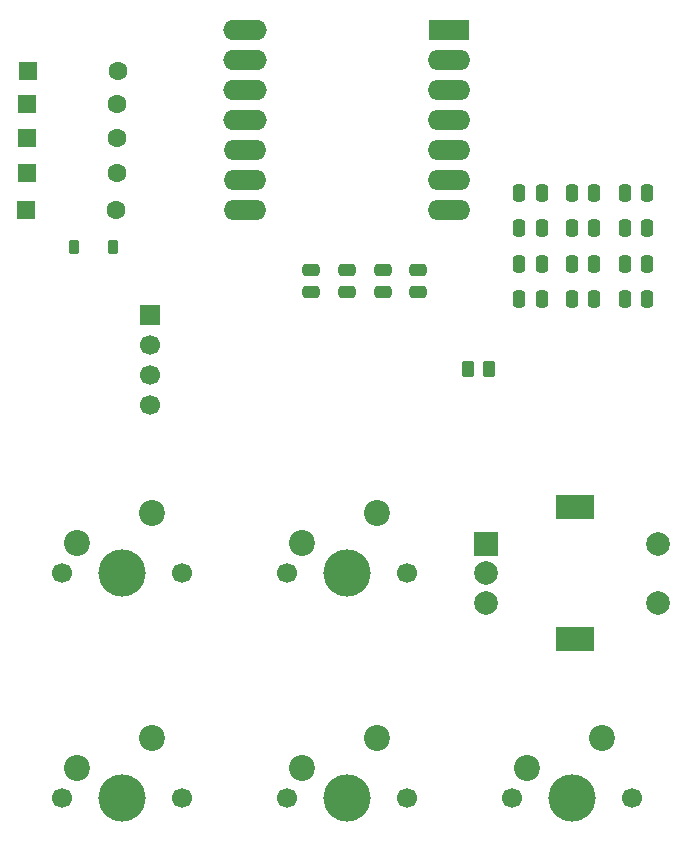
<source format=gbr>
%TF.GenerationSoftware,KiCad,Pcbnew,9.0.7*%
%TF.CreationDate,2026-01-30T21:13:48-06:00*%
%TF.ProjectId,HACK PAD!,4841434b-2050-4414-9421-2e6b69636164,rev?*%
%TF.SameCoordinates,Original*%
%TF.FileFunction,Soldermask,Top*%
%TF.FilePolarity,Negative*%
%FSLAX46Y46*%
G04 Gerber Fmt 4.6, Leading zero omitted, Abs format (unit mm)*
G04 Created by KiCad (PCBNEW 9.0.7) date 2026-01-30 21:13:48*
%MOMM*%
%LPD*%
G01*
G04 APERTURE LIST*
G04 Aperture macros list*
%AMRoundRect*
0 Rectangle with rounded corners*
0 $1 Rounding radius*
0 $2 $3 $4 $5 $6 $7 $8 $9 X,Y pos of 4 corners*
0 Add a 4 corners polygon primitive as box body*
4,1,4,$2,$3,$4,$5,$6,$7,$8,$9,$2,$3,0*
0 Add four circle primitives for the rounded corners*
1,1,$1+$1,$2,$3*
1,1,$1+$1,$4,$5*
1,1,$1+$1,$6,$7*
1,1,$1+$1,$8,$9*
0 Add four rect primitives between the rounded corners*
20,1,$1+$1,$2,$3,$4,$5,0*
20,1,$1+$1,$4,$5,$6,$7,0*
20,1,$1+$1,$6,$7,$8,$9,0*
20,1,$1+$1,$8,$9,$2,$3,0*%
G04 Aperture macros list end*
%ADD10RoundRect,0.250000X-0.250000X-0.475000X0.250000X-0.475000X0.250000X0.475000X-0.250000X0.475000X0*%
%ADD11R,2.000000X2.000000*%
%ADD12C,2.000000*%
%ADD13R,3.200000X2.000000*%
%ADD14RoundRect,0.225000X-0.225000X-0.375000X0.225000X-0.375000X0.225000X0.375000X-0.225000X0.375000X0*%
%ADD15RoundRect,0.250000X-0.262500X-0.450000X0.262500X-0.450000X0.262500X0.450000X-0.262500X0.450000X0*%
%ADD16C,1.700000*%
%ADD17C,4.000000*%
%ADD18C,2.200000*%
%ADD19RoundRect,0.250000X0.475000X-0.250000X0.475000X0.250000X-0.475000X0.250000X-0.475000X-0.250000X0*%
%ADD20RoundRect,0.250000X-0.550000X-0.550000X0.550000X-0.550000X0.550000X0.550000X-0.550000X0.550000X0*%
%ADD21C,1.600000*%
%ADD22R,1.700000X1.700000*%
%ADD23R,3.500000X1.700000*%
%ADD24O,3.600000X1.700000*%
%ADD25O,3.700000X1.700000*%
G04 APERTURE END LIST*
D10*
%TO.C,C7*%
X76200000Y-50006200D03*
X78100000Y-50006200D03*
%TD*%
%TO.C,C5*%
X76200000Y-43986200D03*
X78100000Y-43986200D03*
%TD*%
%TO.C,C6*%
X76200000Y-46996200D03*
X78100000Y-46996200D03*
%TD*%
%TO.C,C11*%
X80650000Y-50006200D03*
X82550000Y-50006200D03*
%TD*%
D11*
%TO.C,RE1*%
X68950000Y-73700000D03*
D12*
X68950000Y-78700000D03*
X68950000Y-76200000D03*
D13*
X76450000Y-70600000D03*
X76450000Y-81800000D03*
D12*
X83450000Y-78700000D03*
X83450000Y-73700000D03*
%TD*%
D10*
%TO.C,C1*%
X71750000Y-43986200D03*
X73650000Y-43986200D03*
%TD*%
D14*
%TO.C,D17*%
X34068800Y-48593700D03*
X37368800Y-48593700D03*
%TD*%
D15*
%TO.C,R1*%
X67355000Y-58880000D03*
X69180000Y-58880000D03*
%TD*%
D16*
%TO.C,SW2*%
X52070000Y-76200000D03*
D17*
X57150000Y-76200000D03*
D16*
X62230000Y-76200000D03*
D18*
X59690000Y-71120000D03*
X53340000Y-73660000D03*
%TD*%
D16*
%TO.C,SW3*%
X33020000Y-95250000D03*
D17*
X38100000Y-95250000D03*
D16*
X43180000Y-95250000D03*
D18*
X40640000Y-90170000D03*
X34290000Y-92710000D03*
%TD*%
D10*
%TO.C,C8*%
X76200000Y-53016200D03*
X78100000Y-53016200D03*
%TD*%
D19*
%TO.C,C16*%
X63170000Y-52387500D03*
X63170000Y-50487500D03*
%TD*%
D10*
%TO.C,C4*%
X71750000Y-53016200D03*
X73650000Y-53016200D03*
%TD*%
%TO.C,C10*%
X80650000Y-46996200D03*
X82550000Y-46996200D03*
%TD*%
D19*
%TO.C,C15*%
X60160000Y-52387500D03*
X60160000Y-50487500D03*
%TD*%
D16*
%TO.C,SW5*%
X71120000Y-95250000D03*
D17*
X76200000Y-95250000D03*
D16*
X81280000Y-95250000D03*
D18*
X78740000Y-90170000D03*
X72390000Y-92710000D03*
%TD*%
D16*
%TO.C,SW4*%
X52070000Y-95250000D03*
D17*
X57150000Y-95250000D03*
D16*
X62230000Y-95250000D03*
D18*
X59690000Y-90170000D03*
X53340000Y-92710000D03*
%TD*%
D10*
%TO.C,C9*%
X80650000Y-43986200D03*
X82550000Y-43986200D03*
%TD*%
%TO.C,C3*%
X71750000Y-50006200D03*
X73650000Y-50006200D03*
%TD*%
D16*
%TO.C,SWw1*%
X33020000Y-76200000D03*
D17*
X38100000Y-76200000D03*
D16*
X43180000Y-76200000D03*
D18*
X40640000Y-71120000D03*
X34290000Y-73660000D03*
%TD*%
D10*
%TO.C,C12*%
X80650000Y-53016200D03*
X82550000Y-53016200D03*
%TD*%
D20*
%TO.C,D3*%
X30070000Y-39350000D03*
D21*
X37690000Y-39350000D03*
%TD*%
D20*
%TO.C,D4*%
X30050000Y-42290000D03*
D21*
X37670000Y-42290000D03*
%TD*%
D22*
%TO.C,U2*%
X40481300Y-54292500D03*
D16*
X40481300Y-56832500D03*
X40481300Y-59372500D03*
X40481300Y-61912500D03*
%TD*%
D20*
%TO.C,D5*%
X29950000Y-45410000D03*
D21*
X37570000Y-45410000D03*
%TD*%
D20*
%TO.C,D2*%
X30070000Y-36440000D03*
D21*
X37690000Y-36440000D03*
%TD*%
D19*
%TO.C,C14*%
X57150000Y-52387500D03*
X57150000Y-50487500D03*
%TD*%
D20*
%TO.C,D1*%
X30100000Y-33630000D03*
D21*
X37720000Y-33630000D03*
%TD*%
D10*
%TO.C,C2*%
X71750000Y-46996200D03*
X73650000Y-46996200D03*
%TD*%
D19*
%TO.C,C13*%
X54140000Y-52387500D03*
X54140000Y-50487500D03*
%TD*%
D23*
%TO.C,U1*%
X65775000Y-30162500D03*
D24*
X65775000Y-32702500D03*
X65775000Y-35242500D03*
X65775000Y-37782500D03*
X65775000Y-40322500D03*
X65775000Y-42862500D03*
X65775000Y-45402500D03*
X48525000Y-45402500D03*
X48525000Y-42862500D03*
X48525000Y-40322500D03*
D25*
X48525000Y-37782500D03*
X48525000Y-35242500D03*
X48525000Y-32702500D03*
X48525000Y-30162500D03*
%TD*%
M02*

</source>
